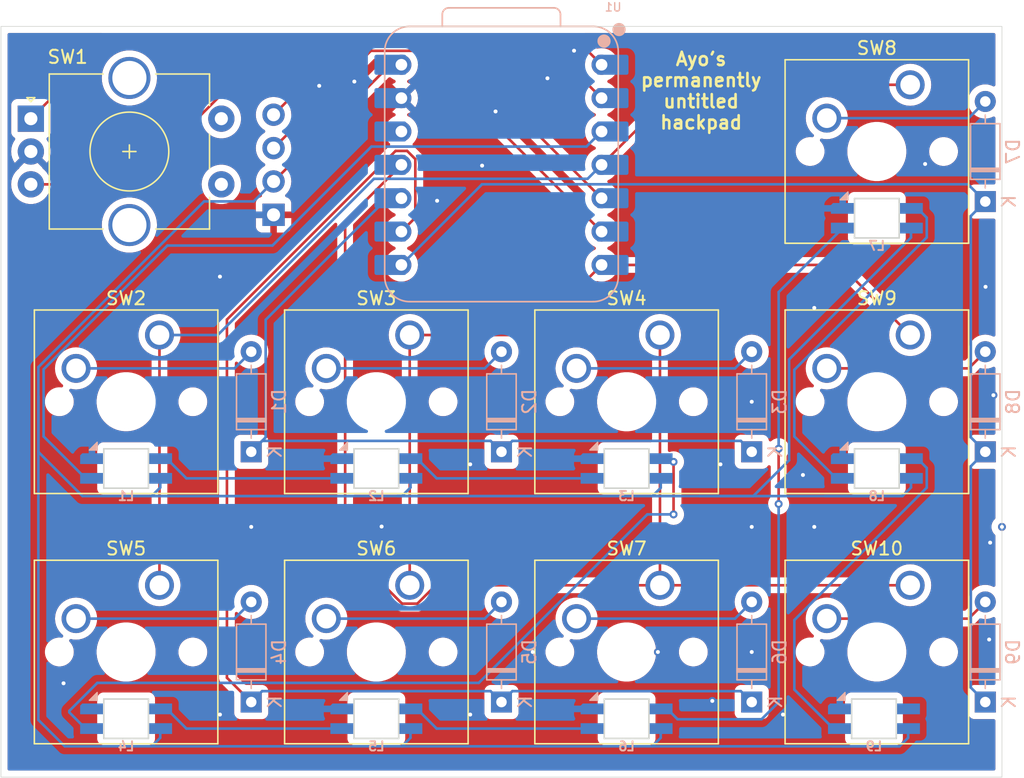
<source format=kicad_pcb>
(kicad_pcb (version 20240108) (generator "pcbnew") (generator_version "8.0")
  (layers (0 "F.Cu" signal) (31 "B.Cu" signal) (34 "B.Paste" user) (35 "F.Paste" user) (36 "B.SilkS" user "B.Silkscreen") (37 "F.SilkS" user "F.Silkscreen") (38 "B.Mask" user) (39 "F.Mask" user) (44 "Edge.Cuts" user))
  (net 0 "")
  (net 1 "+5V")
  (net 2 "DIN")
  (net 3 "GND")
  (net 4 "Net-(D3-A)")
  (net 5 "Row 0")
  (net 6 "Net-(D4-A)")
  (net 7 "Net-(D5-A)")
  (net 8 "Row 1")
  (net 9 "Net-(D6-A)")
  (net 11 "Net-(D7-A)")
  (net 12 "Net-(D8-A)")
  (net 13 "Row 2")
  (net 14 "Net-(D9-A)")
  (net 15 "SDA")
  (net 16 "SCL")
  (net 18 "Rotary encoder A")
  (net 19 "Rotary encoder B")
  (net 21 "Column 0")
  (net 22 "Column 1")
  (net 23 "Column 2")
  (net 24 "Net-(D1-A)")
  (net 25 "Net-(D2-A)")
  (net 26 "Net-(L1-DOUT)")
  (net 27 "Net-(L2-DOUT)")
  (net 28 "Net-(L3-DOUT)")
  (net 29 "Net-(L4-DOUT)")
  (net 30 "Net-(L5-DOUT)")
  (net 31 "Net-(L6-DOUT)")
  (net 32 "Net-(L7-DOUT)")
  (net 33 "Net-(L8-DOUT)")
  (footprint "Button_Switch_Keyboard:SW_Cherry_MX_1.00u_PCB" (layer "F.Cu") (at 235.9025 71.12)
    (property "Reference" "SW10" (at -2.54 -2.794 0) (layer "F.SilkS"))
    (property "Value" "SW_Push_45deg")
    (pad "" np_thru_hole circle (at -7.62 5.08) (size 1.7 1.7) (drill 1.7) (layers "*.Cu" "*.Mask"))
    (pad "" np_thru_hole circle (at -2.54 5.08) (size 4 4) (drill 4) (layers "*.Cu" "*.Mask"))
    (pad "" np_thru_hole circle (at 2.54 5.08) (size 1.7 1.7) (drill 1.7) (layers "*.Cu" "*.Mask"))
    (pad "1" thru_hole circle (at 0 0) (size 2.2 2.2) (drill 1.5) (layers "*.Cu" "*.Mask") (net 23 "Column 2"))
    (pad "2" thru_hole circle (at -6.35 2.54) (size 2.2 2.2) (drill 1.5) (layers "*.Cu" "*.Mask") (net 14 "Net-(D9-A)"))
  )
  (footprint "Button_Switch_Keyboard:SW_Cherry_MX_1.00u_PCB" (layer "F.Cu") (at 178.7525 52.07)
    (property "Reference" "SW2" (at -2.54 -2.794 0) (layer "F.SilkS"))
    (property "Value" "SW_Push_45deg")
    (pad "" np_thru_hole circle (at -7.62 5.08) (size 1.7 1.7) (drill 1.7) (layers "*.Cu" "*.Mask"))
    (pad "" np_thru_hole circle (at -2.54 5.08) (size 4 4) (drill 4) (layers "*.Cu" "*.Mask"))
    (pad "" np_thru_hole circle (at 2.54 5.08) (size 1.7 1.7) (drill 1.7) (layers "*.Cu" "*.Mask"))
    (pad "1" thru_hole circle (at 0 0) (size 2.2 2.2) (drill 1.5) (layers "*.Cu" "*.Mask") (net 21 "Column 0"))
    (pad "2" thru_hole circle (at -6.35 2.54) (size 2.2 2.2) (drill 1.5) (layers "*.Cu" "*.Mask") (net 24 "Net-(D1-A)"))
  )
  (footprint "Rotary_Encoder:RotaryEncoder_Alps_EC11E-Switch_Vertical_H20mm_CircularMountingHoles" (layer "F.Cu") (at 168.9625 35.6)
    (property "Reference" "SW1" (at 2.8 -4.7 0) (layer "F.SilkS"))
    (property "Value" "RotaryEncoder_Switch")
    (pad "A" thru_hole rect (at 0 0) (size 2 2) (drill 1) (layers "*.Cu" "*.Mask") (net 18 "Rotary encoder A"))
    (pad "B" thru_hole circle (at 0 5) (size 2 2) (drill 1) (layers "*.Cu" "*.Mask") (net 19 "Rotary encoder B"))
    (pad "C" thru_hole circle (at 0 2.5) (size 2 2) (drill 1) (layers "*.Cu" "*.Mask") (net 3 "GND"))
    (pad "MP" thru_hole circle (at 7.5 -3.1) (size 3.2 3.2) (drill 2.6) (layers "*.Cu" "*.Mask"))
    (pad "MP" thru_hole circle (at 7.5 8.1) (size 3.2 3.2) (drill 2.6) (layers "*.Cu" "*.Mask"))
    (pad "S1" thru_hole circle (at 14.5 5) (size 2 2) (drill 1) (layers "*.Cu" "*.Mask"))
    (pad "S2" thru_hole circle (at 14.5 0) (size 2 2) (drill 1) (layers "*.Cu" "*.Mask"))
  )
  (footprint "Button_Switch_Keyboard:SW_Cherry_MX_1.00u_PCB" (layer "F.Cu") (at 178.7525 71.12)
    (property "Reference" "SW5" (at -2.54 -2.794 0) (layer "F.SilkS"))
    (property "Value" "SW_Push_45deg")
    (pad "" np_thru_hole circle (at -7.62 5.08) (size 1.7 1.7) (drill 1.7) (layers "*.Cu" "*.Mask"))
    (pad "" np_thru_hole circle (at -2.54 5.08) (size 4 4) (drill 4) (layers "*.Cu" "*.Mask"))
    (pad "" np_thru_hole circle (at 2.54 5.08) (size 1.7 1.7) (drill 1.7) (layers "*.Cu" "*.Mask"))
    (pad "1" thru_hole circle (at 0 0) (size 2.2 2.2) (drill 1.5) (layers "*.Cu" "*.Mask") (net 21 "Column 0"))
    (pad "2" thru_hole circle (at -6.35 2.54) (size 2.2 2.2) (drill 1.5) (layers "*.Cu" "*.Mask") (net 6 "Net-(D4-A)"))
  )
  (footprint "Button_Switch_Keyboard:SW_Cherry_MX_1.00u_PCB" (layer "F.Cu") (at 235.9025 52.07)
    (property "Reference" "SW9" (at -2.54 -2.794 0) (layer "F.SilkS"))
    (property "Value" "SW_Push_45deg")
    (pad "" np_thru_hole circle (at -7.62 5.08) (size 1.7 1.7) (drill 1.7) (layers "*.Cu" "*.Mask"))
    (pad "" np_thru_hole circle (at -2.54 5.08) (size 4 4) (drill 4) (layers "*.Cu" "*.Mask"))
    (pad "" np_thru_hole circle (at 2.54 5.08) (size 1.7 1.7) (drill 1.7) (layers "*.Cu" "*.Mask"))
    (pad "1" thru_hole circle (at 0 0) (size 2.2 2.2) (drill 1.5) (layers "*.Cu" "*.Mask") (net 22 "Column 1"))
    (pad "2" thru_hole circle (at -6.35 2.54) (size 2.2 2.2) (drill 1.5) (layers "*.Cu" "*.Mask") (net 12 "Net-(D8-A)"))
  )
  (footprint "Button_Switch_Keyboard:SW_Cherry_MX_1.00u_PCB" (layer "F.Cu") (at 197.8025 52.07)
    (property "Reference" "SW3" (at -2.54 -2.794 0) (layer "F.SilkS"))
    (property "Value" "SW_Push_45deg")
    (pad "" np_thru_hole circle (at -7.62 5.08) (size 1.7 1.7) (drill 1.7) (layers "*.Cu" "*.Mask"))
    (pad "" np_thru_hole circle (at -2.54 5.08) (size 4 4) (drill 4) (layers "*.Cu" "*.Mask"))
    (pad "" np_thru_hole circle (at 2.54 5.08) (size 1.7 1.7) (drill 1.7) (layers "*.Cu" "*.Mask"))
    (pad "1" thru_hole circle (at 0 0) (size 2.2 2.2) (drill 1.5) (layers "*.Cu" "*.Mask") (net 22 "Column 1"))
    (pad "2" thru_hole circle (at -6.35 2.54) (size 2.2 2.2) (drill 1.5) (layers "*.Cu" "*.Mask") (net 25 "Net-(D2-A)"))
  )
  (footprint "Button_Switch_Keyboard:SW_Cherry_MX_1.00u_PCB" (layer "F.Cu") (at 235.9025 33.02)
    (property "Reference" "SW8" (at -2.54 -2.794 0) (layer "F.SilkS"))
    (property "Value" "SW_Push_45deg")
    (pad "" np_thru_hole circle (at -7.62 5.08) (size 1.7 1.7) (drill 1.7) (layers "*.Cu" "*.Mask"))
    (pad "" np_thru_hole circle (at -2.54 5.08) (size 4 4) (drill 4) (layers "*.Cu" "*.Mask"))
    (pad "" np_thru_hole circle (at 2.54 5.08) (size 1.7 1.7) (drill 1.7) (layers "*.Cu" "*.Mask"))
    (pad "1" thru_hole circle (at 0 0) (size 2.2 2.2) (drill 1.5) (layers "*.Cu" "*.Mask") (net 21 "Column 0"))
    (pad "2" thru_hole circle (at -6.35 2.54) (size 2.2 2.2) (drill 1.5) (layers "*.Cu" "*.Mask") (net 11 "Net-(D7-A)"))
  )
  (footprint "Button_Switch_Keyboard:SW_Cherry_MX_1.00u_PCB" (layer "F.Cu") (at 197.8025 71.12)
    (property "Reference" "SW6" (at -2.54 -2.794 0) (layer "F.SilkS"))
    (property "Value" "SW_Push_45deg")
    (pad "" np_thru_hole circle (at -7.62 5.08) (size 1.7 1.7) (drill 1.7) (layers "*.Cu" "*.Mask"))
    (pad "" np_thru_hole circle (at -2.54 5.08) (size 4 4) (drill 4) (layers "*.Cu" "*.Mask"))
    (pad "" np_thru_hole circle (at 2.54 5.08) (size 1.7 1.7) (drill 1.7) (layers "*.Cu" "*.Mask"))
    (pad "1" thru_hole circle (at 0 0) (size 2.2 2.2) (drill 1.5) (layers "*.Cu" "*.Mask") (net 22 "Column 1"))
    (pad "2" thru_hole circle (at -6.35 2.54) (size 2.2 2.2) (drill 1.5) (layers "*.Cu" "*.Mask") (net 7 "Net-(D5-A)"))
  )
  (footprint "Button_Switch_Keyboard:SW_Cherry_MX_1.00u_PCB" (layer "F.Cu") (at 216.8525 71.12)
    (property "Reference" "SW7" (at -2.54 -2.794 0) (layer "F.SilkS"))
    (property "Value" "SW_Push_45deg")
    (pad "" np_thru_hole circle (at -7.62 5.08) (size 1.7 1.7) (drill 1.7) (layers "*.Cu" "*.Mask"))
    (pad "" np_thru_hole circle (at -2.54 5.08) (size 4 4) (drill 4) (layers "*.Cu" "*.Mask"))
    (pad "" np_thru_hole circle (at 2.54 5.08) (size 1.7 1.7) (drill 1.7) (layers "*.Cu" "*.Mask"))
    (pad "1" thru_hole circle (at 0 0) (size 2.2 2.2) (drill 1.5) (layers "*.Cu" "*.Mask") (net 23 "Column 2"))
    (pad "2" thru_hole circle (at -6.35 2.54) (size 2.2 2.2) (drill 1.5) (layers "*.Cu" "*.Mask") (net 9 "Net-(D6-A)"))
  )
  (footprint "Button_Switch_Keyboard:SW_Cherry_MX_1.00u_PCB" (layer "F.Cu") (at 216.8525 52.07)
    (property "Reference" "SW4" (at -2.54 -2.794 0) (layer "F.SilkS"))
    (property "Value" "SW_Push_45deg")
    (pad "" np_thru_hole circle (at -7.62 5.08) (size 1.7 1.7) (drill 1.7) (layers "*.Cu" "*.Mask"))
    (pad "" np_thru_hole circle (at -2.54 5.08) (size 4 4) (drill 4) (layers "*.Cu" "*.Mask"))
    (pad "" np_thru_hole circle (at 2.54 5.08) (size 1.7 1.7) (drill 1.7) (layers "*.Cu" "*.Mask"))
    (pad "1" thru_hole circle (at 0 0) (size 2.2 2.2) (drill 1.5) (layers "*.Cu" "*.Mask") (net 23 "Column 2"))
    (pad "2" thru_hole circle (at -6.35 2.54) (size 2.2 2.2) (drill 1.5) (layers "*.Cu" "*.Mask") (net 4 "Net-(D3-A)"))
  )
  (footprint "ScottoKeebs_Components:OLED_128x32" (layer "F.Cu") (at 185.8375 33.12)
    (property "Reference" "J1" (hide yes))
    (property "Value" "OLED_128x32")
    (pad "1" thru_hole rect (at 1.6 9.8 180) (size 1.7 1.7) (drill 1) (layers "*.Cu" "*.Mask") (net 3 "GND"))
    (pad "2" thru_hole oval (at 1.6 7.26 180) (size 1.7 1.7) (drill 1) (layers "*.Cu" "*.Mask") (net 1 "+5V"))
    (pad "3" thru_hole oval (at 1.6 4.72 180) (size 1.7 1.7) (drill 1) (layers "*.Cu" "*.Mask") (net 16 "SCL"))
    (pad "4" thru_hole oval (at 1.6 2.18 180) (size 1.7 1.7) (drill 1) (layers "*.Cu" "*.Mask") (net 15 "SDA"))
  )
  (footprint "neopixel.petty:SK6812MINI-E" (layer "B.Cu") (at 176.2125 62.23 180)
    (property "Reference" "L1" (at 0 -2.1 0) (layer "B.SilkS") (effects (font (size 0.7 0.7)) (justify mirror)))
    (property "Value" "SK6812MINI" (hide yes))
    (fp_line (start 1.7 1.5) (end -1.7 1.5) (stroke (width 0.12)) (layer "Edge.Cuts"))
    (fp_line (start 1.7 -1.5) (end 1.7 1.5) (stroke (width 0.12)) (layer "Edge.Cuts"))
    (fp_line (start -1.7 1.5) (end -1.7 -1.5) (stroke (width 0.12)) (layer "Edge.Cuts"))
    (fp_line (start -1.7 -1.5) (end 1.7 -1.5) (stroke (width 0.12)) (layer "Edge.Cuts"))
    (pad "1" smd rect (at -2.6 0.75 180) (size 1.8 0.82) (layers "B.Cu" "B.Paste" "B.Mask") (net 26 "Net-(L1-DOUT)"))
    (pad "2" smd roundrect (at 2.6 0.75 180) (size 1.8 0.82) (layers "B.Cu" "B.Paste" "B.Mask") (roundrect_rratio 0) (chamfer_ratio 0.2) (chamfer bottom_right) (net 3 "GND"))
    (pad "3" smd rect (at 2.6 -0.75 180) (size 1.8 0.82) (layers "B.Cu" "B.Paste" "B.Mask") (net 2 "DIN"))
    (pad "4" smd rect (at -2.6 -0.75 180) (size 1.8 0.82) (layers "B.Cu" "B.Paste" "B.Mask") (net 1 "+5V"))
  )
  (footprint "Diode_THT:D_DO-35_SOD27_P7.62mm_Horizontal" (layer "B.Cu") (at 185.7375 60.96 90)
    (property "Reference" "D1" (at 3.81 2.12 90) (layer "B.SilkS") (effects (justify mirror)))
    (property "Value" "D")
    (fp_text user "K" (at 0 1.8 90) (layer "B.SilkS") (effects (justify mirror)))
    (pad "1" thru_hole rect (at 0 0 90) (size 1.6 1.6) (drill 0.8) (layers "*.Cu" "*.Mask") (net 5 "Row 0"))
    (pad "2" thru_hole oval (at 7.62 0 90) (size 1.6 1.6) (drill 0.8) (layers "*.Cu" "*.Mask") (net 24 "Net-(D1-A)"))
  )
  (footprint "neopixel.petty:SK6812MINI-E" (layer "B.Cu") (at 195.2625 81.28 180)
    (property "Reference" "L5" (at 0 -2.1 0) (layer "B.SilkS") (effects (font (size 0.7 0.7)) (justify mirror)))
    (property "Value" "SK6812MINI" (hide yes))
    (fp_line (start 1.7 1.5) (end -1.7 1.5) (stroke (width 0.12)) (layer "Edge.Cuts"))
    (fp_line (start 1.7 -1.5) (end 1.7 1.5) (stroke (width 0.12)) (layer "Edge.Cuts"))
    (fp_line (start -1.7 1.5) (end -1.7 -1.5) (stroke (width 0.12)) (layer "Edge.Cuts"))
    (fp_line (start -1.7 -1.5) (end 1.7 -1.5) (stroke (width 0.12)) (layer "Edge.Cuts"))
    (pad "1" smd rect (at -2.6 0.75 180) (size 1.8 0.82) (layers "B.Cu" "B.Paste" "B.Mask") (net 30 "Net-(L5-DOUT)"))
    (pad "2" smd roundrect (at 2.6 0.75 180) (size 1.8 0.82) (layers "B.Cu" "B.Paste" "B.Mask") (roundrect_rratio 0) (chamfer_ratio 0.2) (chamfer bottom_right) (net 3 "GND"))
    (pad "3" smd rect (at 2.6 -0.75 180) (size 1.8 0.82) (layers "B.Cu" "B.Paste" "B.Mask") (net 29 "Net-(L4-DOUT)"))
    (pad "4" smd rect (at -2.6 -0.75 180) (size 1.8 0.82) (layers "B.Cu" "B.Paste" "B.Mask") (net 1 "+5V"))
  )
  (footprint "Diode_THT:D_DO-35_SOD27_P7.62mm_Horizontal" (layer "B.Cu") (at 241.6175 80.01 90)
    (property "Reference" "D9" (at 3.81 2.12 90) (layer "B.SilkS") (effects (justify mirror)))
    (property "Value" "D")
    (fp_text user "K" (at 0 1.8 90) (layer "B.SilkS") (effects (justify mirror)))
    (pad "1" thru_hole rect (at 0 0 90) (size 1.6 1.6) (drill 0.8) (layers "*.Cu" "*.Mask") (net 13 "Row 2"))
    (pad "2" thru_hole oval (at 7.62 0 90) (size 1.6 1.6) (drill 0.8) (layers "*.Cu" "*.Mask") (net 14 "Net-(D9-A)"))
  )
  (footprint "Diode_THT:D_DO-35_SOD27_P7.62mm_Horizontal" (layer "B.Cu") (at 241.6175 60.96 90)
    (property "Reference" "D8" (at 3.81 2.12 90) (layer "B.SilkS") (effects (justify mirror)))
    (property "Value" "D")
    (fp_text user "K" (at 0 1.8 90) (layer "B.SilkS") (effects (justify mirror)))
    (pad "1" thru_hole rect (at 0 0 90) (size 1.6 1.6) (drill 0.8) (layers "*.Cu" "*.Mask") (net 13 "Row 2"))
    (pad "2" thru_hole oval (at 7.62 0 90) (size 1.6 1.6) (drill 0.8) (layers "*.Cu" "*.Mask") (net 12 "Net-(D8-A)"))
  )
  (footprint "Diode_THT:D_DO-35_SOD27_P7.62mm_Horizontal" (layer "B.Cu") (at 223.8375 80.01 90)
    (property "Reference" "D6" (at 3.81 2.12 90) (layer "B.SilkS") (effects (justify mirror)))
    (property "Value" "D")
    (fp_text user "K" (at 0 1.8 90) (layer "B.SilkS") (effects (justify mirror)))
    (pad "1" thru_hole rect (at 0 0 90) (size 1.6 1.6) (drill 0.8) (layers "*.Cu" "*.Mask") (net 8 "Row 1"))
    (pad "2" thru_hole oval (at 7.62 0 90) (size 1.6 1.6) (drill 0.8) (layers "*.Cu" "*.Mask") (net 9 "Net-(D6-A)"))
  )
  (footprint "Diode_THT:D_DO-35_SOD27_P7.62mm_Horizontal" (layer "B.Cu") (at 223.8375 60.96 90)
    (property "Reference" "D3" (at 3.81 2.12 90) (layer "B.SilkS") (effects (justify mirror)))
    (property "Value" "D")
    (fp_text user "K" (at 0 1.8 90) (layer "B.SilkS") (effects (justify mirror)))
    (pad "1" thru_hole rect (at 0 0 90) (size 1.6 1.6) (drill 0.8) (layers "*.Cu" "*.Mask") (net 5 "Row 0"))
    (pad "2" thru_hole oval (at 7.62 0 90) (size 1.6 1.6) (drill 0.8) (layers "*.Cu" "*.Mask") (net 4 "Net-(D3-A)"))
  )
  (footprint "Diode_THT:D_DO-35_SOD27_P7.62mm_Horizontal" (layer "B.Cu") (at 204.7875 60.96 90)
    (property "Reference" "D2" (at 3.81 2.12 90) (layer "B.SilkS") (effects (justify mirror)))
    (property "Value" "D")
    (fp_text user "K" (at 0 1.8 90) (layer "B.SilkS") (effects (justify mirror)))
    (pad "1" thru_hole rect (at 0 0 90) (size 1.6 1.6) (drill 0.8) (layers "*.Cu" "*.Mask") (net 5 "Row 0"))
    (pad "2" thru_hole oval (at 7.62 0 90) (size 1.6 1.6) (drill 0.8) (layers "*.Cu" "*.Mask") (net 25 "Net-(D2-A)"))
  )
  (footprint "neopixel.petty:SK6812MINI-E" (layer "B.Cu") (at 176.2125 81.28 180)
    (property "Reference" "L4" (at 0 -2.1 0) (layer "B.SilkS") (effects (font (size 0.7 0.7)) (justify mirror)))
    (property "Value" "SK6812MINI" (hide yes))
    (fp_line (start 1.7 1.5) (end -1.7 1.5) (stroke (width 0.12)) (layer "Edge.Cuts"))
    (fp_line (start 1.7 -1.5) (end 1.7 1.5) (stroke (width 0.12)) (layer "Edge.Cuts"))
    (fp_line (start -1.7 1.5) (end -1.7 -1.5) (stroke (width 0.12)) (layer "Edge.Cuts"))
    (fp_line (start -1.7 -1.5) (end 1.7 -1.5) (stroke (width 0.12)) (layer "Edge.Cuts"))
    (pad "1" smd rect (at -2.6 0.75 180) (size 1.8 0.82) (layers "B.Cu" "B.Paste" "B.Mask") (net 29 "Net-(L4-DOUT)"))
    (pad "2" smd roundrect (at 2.6 0.75 180) (size 1.8 0.82) (layers "B.Cu" "B.Paste" "B.Mask") (roundrect_rratio 0) (chamfer_ratio 0.2) (chamfer bottom_right) (net 3 "GND"))
    (pad "3" smd rect (at 2.6 -0.75 180) (size 1.8 0.82) (layers "B.Cu" "B.Paste" "B.Mask") (net 28 "Net-(L3-DOUT)"))
    (pad "4" smd rect (at -2.6 -0.75 180) (size 1.8 0.82) (layers "B.Cu" "B.Paste" "B.Mask") (net 1 "+5V"))
  )
  (footprint "neopixel.petty:SK6812MINI-E" (layer "B.Cu") (at 233.3625 43.18 180)
    (property "Reference" "L7" (at 0 -2.1 0) (layer "B.SilkS") (effects (font (size 0.7 0.7)) (justify mirror)))
    (property "Value" "SK6812MINI" (hide yes))
    (fp_line (start 1.7 1.5) (end -1.7 1.5) (stroke (width 0.12)) (layer "Edge.Cuts"))
    (fp_line (start 1.7 -1.5) (end 1.7 1.5) (stroke (width 0.12)) (layer "Edge.Cuts"))
    (fp_line (start -1.7 1.5) (end -1.7 -1.5) (stroke (width 0.12)) (layer "Edge.Cuts"))
    (fp_line (start -1.7 -1.5) (end 1.7 -1.5) (stroke (width 0.12)) (layer "Edge.Cuts"))
    (pad "1" smd rect (at -2.6 0.75 180) (size 1.8 0.82) (layers "B.Cu" "B.Paste" "B.Mask") (net 32 "Net-(L7-DOUT)"))
    (pad "2" smd roundrect (at 2.6 0.75 180) (size 1.8 0.82) (layers "B.Cu" "B.Paste" "B.Mask") (roundrect_rratio 0) (chamfer_ratio 0.2) (chamfer bottom_right) (net 3 "GND"))
    (pad "3" smd rect (at 2.6 -0.75 180) (size 1.8 0.82) (layers "B.Cu" "B.Paste" "B.Mask") (net 31 "Net-(L6-DOUT)"))
    (pad "4" smd rect (at -2.6 -0.75 180) (size 1.8 0.82) (layers "B.Cu" "B.Paste" "B.Mask") (net 1 "+5V"))
  )
  (footprint "neopixel.petty:SK6812MINI-E" (layer "B.Cu") (at 233.3625 62.23 180)
    (property "Reference" "L8" (at 0 -2.1 0) (layer "B.SilkS") (effects (font (size 0.7 0.7)) (justify mirror)))
    (property "Value" "SK6812MINI" (hide yes))
    (fp_line (start 1.7 1.5) (end -1.7 1.5) (stroke (width 0.12)) (layer "Edge.Cuts"))
    (fp_line (start 1.7 -1.5) (end 1.7 1.5) (stroke (width 0.12)) (layer "Edge.Cuts"))
    (fp_line (start -1.7 1.5) (end -1.7 -1.5) (stroke (width 0.12)) (layer "Edge.Cuts"))
    (fp_line (start -1.7 -1.5) (end 1.7 -1.5) (stroke (width 0.12)) (layer "Edge.Cuts"))
    (pad "1" smd rect (at -2.6 0.75 180) (size 1.8 0.82) (layers "B.Cu" "B.Paste" "B.Mask") (net 33 "Net-(L8-DOUT)"))
    (pad "2" smd roundrect (at 2.6 0.75 180) (size 1.8 0.82) (layers "B.Cu" "B.Paste" "B.Mask") (roundrect_rratio 0) (chamfer_ratio 0.2) (chamfer bottom_right) (net 3 "GND"))
    (pad "3" smd rect (at 2.6 -0.75 180) (size 1.8 0.82) (layers "B.Cu" "B.Paste" "B.Mask") (net 32 "Net-(L7-DOUT)"))
    (pad "4" smd rect (at -2.6 -0.75 180) (size 1.8 0.82) (layers "B.Cu" "B.Paste" "B.Mask") (net 1 "+5V"))
  )
  (footprint "Diode_THT:D_DO-35_SOD27_P7.62mm_Horizontal" (layer "B.Cu") (at 241.6175 41.91 90)
    (property "Reference" "D7" (at 3.81 2.12 90) (layer "B.SilkS") (effects (justify mirror)))
    (property "Value" "D")
    (fp_text user "K" (at 0 1.8 90) (layer "B.SilkS") (effects (justify mirror)))
    (pad "1" thru_hole rect (at 0 0 90) (size 1.6 1.6) (drill 0.8) (layers "*.Cu" "*.Mask") (net 13 "Row 2"))
    (pad "2" thru_hole oval (at 7.62 0 90) (size 1.6 1.6) (drill 0.8) (layers "*.Cu" "*.Mask") (net 11 "Net-(D7-A)"))
  )
  (footprint "neopixel.petty:SK6812MINI-E" (layer "B.Cu") (at 214.3125 62.23 180)
    (property "Reference" "L3" (at 0 -2.1 0) (layer "B.SilkS") (effects (font (size 0.7 0.7)) (justify mirror)))
    (property "Value" "SK6812MINI" (hide yes))
    (fp_line (start 1.7 1.5) (end -1.7 1.5) (stroke (width 0.12)) (layer "Edge.Cuts"))
    (fp_line (start 1.7 -1.5) (end 1.7 1.5) (stroke (width 0.12)) (layer "Edge.Cuts"))
    (fp_line (start -1.7 1.5) (end -1.7 -1.5) (stroke (width 0.12)) (layer "Edge.Cuts"))
    (fp_line (start -1.7 -1.5) (end 1.7 -1.5) (stroke (width 0.12)) (layer "Edge.Cuts"))
    (pad "1" smd rect (at -2.6 0.75 180) (size 1.8 0.82) (layers "B.Cu" "B.Paste" "B.Mask") (net 28 "Net-(L3-DOUT)"))
    (pad "2" smd roundrect (at 2.6 0.75 180) (size 1.8 0.82) (layers "B.Cu" "B.Paste" "B.Mask") (roundrect_rratio 0) (chamfer_ratio 0.2) (chamfer bottom_right) (net 3 "GND"))
    (pad "3" smd rect (at 2.6 -0.75 180) (size 1.8 0.82) (layers "B.Cu" "B.Paste" "B.Mask") (net 27 "Net-(L2-DOUT)"))
    (pad "4" smd rect (at -2.6 -0.75 180) (size 1.8 0.82) (layers "B.Cu" "B.Paste" "B.Mask") (net 1 "+5V"))
  )
  (footprint "neopixel.petty:SK6812MINI-E" (layer "B.Cu") (at 214.3125 81.28 180)
    (property "Reference" "L6" (at 0 -2.1 0) (layer "B.SilkS") (effects (font (size 0.7 0.7)) (justify mirror)))
    (property "Value" "SK6812MINI" (hide yes))
    (fp_line (start 1.7 1.5) (end -1.7 1.5) (stroke (width 0.12)) (layer "Edge.Cuts"))
    (fp_line (start 1.7 -1.5) (end 1.7 1.5) (stroke (width 0.12)) (layer "Edge.Cuts"))
    (fp_line (start -1.7 1.5) (end -1.7 -1.5) (stroke (width 0.12)) (layer "Edge.Cuts"))
    (fp_line (start -1.7 -1.5) (end 1.7 -1.5) (stroke (width 0.12)) (layer "Edge.Cuts"))
    (pad "1" smd rect (at -2.6 0.75 180) (size 1.8 0.82) (layers "B.Cu" "B.Paste" "B.Mask") (net 31 "Net-(L6-DOUT)"))
    (pad "2" smd roundrect (at 2.6 0.75 180) (size 1.8 0.82) (layers "B.Cu" "B.Paste" "B.Mask") (roundrect_rratio 0) (chamfer_ratio 0.2) (chamfer bottom_right) (net 3 "GND"))
    (pad "3" smd rect (at 2.6 -0.75 180) (size 1.8 0.82) (layers "B.Cu" "B.Paste" "B.Mask") (net 30 "Net-(L5-DOUT)"))
    (pad "4" smd rect (at -2.6 -0.75 180) (size 1.8 0.82) (layers "B.Cu" "B.Paste" "B.Mask") (net 1 "+5V"))
  )
  (footprint "Diode_THT:D_DO-35_SOD27_P7.62mm_Horizontal" (layer "B.Cu") (at 185.7375 80.01 90)
    (property "Reference" "D4" (at 3.81 2.12 90) (layer "B.SilkS") (effects (justify mirror)))
    (property "Value" "D")
    (fp_text user "K" (at 0 1.8 90) (layer "B.SilkS") (effects (justify mirror)))
    (pad "1" thru_hole rect (at 0 0 90) (size 1.6 1.6) (drill 0.8) (layers "*.Cu" "*.Mask") (net 8 "Row 1"))
    (pad "2" thru_hole oval (at 7.62 0 90) (size 1.6 1.6) (drill 0.8) (layers "*.Cu" "*.Mask") (net 6 "Net-(D4-A)"))
  )
  (footprint "Diode_THT:D_DO-35_SOD27_P7.62mm_Horizontal" (layer "B.Cu") (at 204.7875 80.01 90)
    (property "Reference" "D5" (at 3.81 2.12 90) (layer "B.SilkS") (effects (justify mirror)))
    (property "Value" "D")
    (fp_text user "K" (at 0 1.8 90) (layer "B.SilkS") (effects (justify mirror)))
    (pad "1" thru_hole rect (at 0 0 90) (size 1.6 1.6) (drill 0.8) (layers "*.Cu" "*.Mask") (net 8 "Row 1"))
    (pad "2" thru_hole oval (at 7.62 0 90) (size 1.6 1.6) (drill 0.8) (layers "*.Cu" "*.Mask") (net 7 "Net-(D5-A)"))
  )
  (footprint "Seeed Studio XIAO Series Library:XIAO-RP2040-DIP" (layer "B.Cu") (at 204.7875 39.116 180)
    (property "Reference" "U1" (at -8.5 12 0) (layer "B.SilkS") (effects (font (size 0.635 0.635) (thickness 0.1016)) (justify mirror)))
    (property "Value" "XIAO-RP2040-DIP")
    (pad "1" smd roundrect (at -8.455 7.62) (size 2.432 1.524) (layers "B.Cu" "B.Mask") (roundrect_rratio 0.1) (net 18 "Rotary encoder A"))
    (pad "1" thru_hole circle (at -7.62 7.62) (size 1.524 1.524) (drill 0.889) (layers "*.Cu" "*.Mask") (net 18 "Rotary encoder A"))
    (pad "2" smd roundrect (at -8.455 5.08) (size 2.432 1.524) (layers "B.Cu" "B.Mask") (roundrect_rratio 0.1) (net 19 "Rotary encoder B"))
    (pad "2" thru_hole circle (at -7.62 5.08) (size 1.524 1.524) (drill 0.889) (layers "*.Cu" "*.Mask") (net 19 "Rotary encoder B"))
    (pad "3" smd roundrect (at -8.455 2.54) (size 2.432 1.524) (layers "B.Cu" "B.Mask") (roundrect_rratio 0.1) (net 2 "DIN"))
    (pad "3" thru_hole circle (at -7.62 2.54) (size 1.524 1.524) (drill 0.889) (layers "*.Cu" "*.Mask") (net 2 "DIN"))
    (pad "4" smd roundrect (at -8.455 0) (size 2.432 1.524) (layers "B.Cu" "B.Mask") (roundrect_rratio 0.1) (net 21 "Column 0"))
    (pad "4" thru_hole circle (at -7.62 0) (size 1.524 1.524) (drill 0.889) (layers "*.Cu" "*.Mask") (net 21 "Column 0"))
    (pad "5" smd roundrect (at -8.455 -2.54) (size 2.432 1.524) (layers "B.Cu" "B.Mask") (roundrect_rratio 0.1) (net 15 "SDA"))
    (pad "5" thru_hole circle (at -7.62 -2.54) (size 1.524 1.524) (drill 0.889) (layers "*.Cu" "*.Mask") (net 15 "SDA"))
    (pad "6" smd roundrect (at -8.455 -5.08) (size 2.432 1.524) (layers "B.Cu" "B.Mask") (roundrect_rratio 0.1) (net 16 "SCL"))
    (pad "6" thru_hole circle (at -7.62 -5.08) (size 1.524 1.524) (drill 0.889) (layers "*.Cu" "*.Mask") (net 16 "SCL"))
    (pad "7" smd roundrect (at -8.455 -7.62) (size 2.432 1.524) (layers "B.Cu" "B.Mask") (roundrect_rratio 0.1) (net 22 "Column 1"))
    (pad "7" thru_hole circle (at -7.62 -7.62) (size 1.524 1.524) (drill 0.889) (layers "*.Cu" "*.Mask") (net 22 "Column 1"))
    (pad "8" thru_hole circle (at 7.62 -7.62 180) (size 1.524 1.524) (drill 0.889) (layers "*.Cu" "*.Mask") (net 13 "Row 2"))
    (pad "8" smd roundrect (at 8.455 -7.62 180) (size 2.432 1.524) (layers "B.Cu" "B.Mask") (roundrect_rratio 0.1) (net 13 "Row 2"))
    (pad "9" thru_hole circle (at 7.62 -5.08 180) (size 1.524 1.524) (drill 0.889) (layers "*.Cu" "*.Mask") (net 8 "Row 1"))
    (pad "9" smd roundrect (at 8.455 -5.08 180) (size 2.432 1.524) (layers "B.Cu" "B.Mask") (roundrect_rratio 0.1) (net 8 "Row 1"))
    (pad "10" thru_hole circle (at 7.62 -2.54 180) (size 1.524 1.524) (drill 0.889) (layers "*.Cu" "*.Mask") (net 5 "Row 0"))
    (pad "10" smd roundrect (at 8.455 -2.54 180) (size 2.432 1.524) (layers "B.Cu" "B.Mask") (roundrect_rratio 0.1) (net 5 "Row 0"))
    (pad "11" thru_hole circle (at 7.62 0 180) (size 1.524 1.524) (drill 0.889) (layers "*.Cu" "*.Mask") (net 23 "Column 2"))
    (pad "11" smd roundrect (at 8.455 0 180) (size 2.432 1.524) (layers "B.Cu" "B.Mask") (roundrect_rratio 0.1) (net 23 "Column 2"))
    (pad "12" thru_hole circle (at 7.62 2.54 180) (size 1.524 1.524) (drill 0.889) (layers "*.Cu" "*.Mask"))
    (pad "12" smd roundrect (at 8.455 2.54 180) (size 2.432 1.524) (layers "B.Cu" "B.Mask") (roundrect_rratio 0.1))
    (pad "13" thru_hole circle (at 7.62 5.08 180) (size 1.524 1.524) (drill 0.889) (layers "*.Cu" "*.Mask") (net 3 "GND"))
    (pad "13" smd roundrect (at 8.455 5.08 180) (size 2.432 1.524) (layers "B.Cu" "B.Mask") (roundrect_rratio 0.1) (net 3 "GND"))
    (pad "14" thru_hole circle (at 7.62 7.62 180) (size 1.524 1.524) (drill 0.889) (layers "*.Cu" "*.Mask") (net 1 "+5V"))
    (pad "14" smd roundrect (at 8.455 7.62 180) (size 2.432 1.524) (layers "B.Cu" "B.Mask") (roundrect_rratio 0.1) (net 1 "+5V"))
  )
  (footprint "neopixel.petty:SK6812MINI-E" (layer "B.Cu") (at 233.14375 81.28 180)
    (property "Reference" "L9" (at 0 -2.1 0) (layer "B.SilkS") (effects (font (size 0.7 0.7)) (justify mirror)))
    (property "Value" "SK6812MINI" (hide yes))
    (fp_line (start 1.7 1.5) (end -1.7 1.5) (stroke (width 0.12)) (layer "Edge.Cuts"))
    (fp_line (start 1.7 -1.5) (end 1.7 1.5) (stroke (width 0.12)) (layer "Edge.Cuts"))
    (fp_line (start -1.7 1.5) (end -1.7 -1.5) (stroke (width 0.12)) (layer "Edge.Cuts"))
    (fp_line (start -1.7 -1.5) (end 1.7 -1.5) (stroke (width 0.12)) (layer "Edge.Cuts"))
    (pad "1" smd rect (at -2.6 0.75 180) (size 1.8 0.82) (layers "B.Cu" "B.Paste" "B.Mask"))
    (pad "2" smd roundrect (at 2.6 0.75 180) (size 1.8 0.82) (layers "B.Cu" "B.Paste" "B.Mask") (roundrect_rratio 0) (chamfer_ratio 0.2) (chamfer bottom_right) (net 3 "GND"))
    (pad "3" smd rect (at 2.6 -0.75 180) (size 1.8 0.82) (layers "B.Cu" "B.Paste" "B.Mask") (net 33 "Net-(L8-DOUT)"))
    (pad "4" smd rect (at -2.6 -0.75 180) (size 1.8 0.82) (layers "B.Cu" "B.Paste" "B.Mask") (net 1 "+5V"))
  )
  (footprint "neopixel.petty:SK6812MINI-E" (layer "B.Cu") (at 195.2625 62.23 180)
    (property "Reference" "L2" (at 0 -2.1 0) (layer "B.SilkS") (effects (font (size 0.7 0.7)) (justify mirror)))
    (property "Value" "SK6812MINI" (hide yes))
    (fp_line (start 1.7 1.5) (end -1.7 1.5) (stroke (width 0.12)) (layer "Edge.Cuts"))
    (fp_line (start 1.7 -1.5) (end 1.7 1.5) (stroke (width 0.12)) (layer "Edge.Cuts"))
    (fp_line (start -1.7 1.5) (end -1.7 -1.5) (stroke (width 0.12)) (layer "Edge.Cuts"))
    (fp_line (start -1.7 -1.5) (end 1.7 -1.5) (stroke (width 0.12)) (layer "Edge.Cuts"))
    (pad "1" smd rect (at -2.6 0.75 180) (size 1.8 0.82) (layers "B.Cu" "B.Paste" "B.Mask") (net 27 "Net-(L2-DOUT)"))
    (pad "2" smd roundrect (at 2.6 0.75 180) (size 1.8 0.82) (layers "B.Cu" "B.Paste" "B.Mask") (roundrect_rratio 0) (chamfer_ratio 0.2) (chamfer bottom_right) (net 3 "GND"))
    (pad "3" smd rect (at 2.6 -0.75 180) (size 1.8 0.82) (layers "B.Cu" "B.Paste" "B.Mask") (net 26 "Net-(L1-DOUT)"))
    (pad "4" smd rect (at -2.6 -0.75 180) (size 1.8 0.82) (layers "B.Cu" "B.Paste" "B.Mask") (net 1 "+5V"))
  )
  (gr_rect (start 166.6875 28.575) (end 242.8875 85.725) (stroke (width 0.05)) (fill none) (layer "Edge.Cuts"))
  (gr_text "Ayo's\npermanently\nuntitled\nhackpad" (at 219.9875 36.475 0) (layer "F.SilkS") (effects (font (size 1 1) (thickness 0.2) (bold yes)) (justify bottom)))
  (via (at 242.8875 66.675) (size 0.6) (drill 0.3) (layers "F.Cu" "B.Cu") (net 0))
  (segment (start 196.3215 31.496) (end 197.1675 31.496) (width 0.2) (layer "F.Cu") (net 1))
  (segment (start 187.4375 40.38) (end 196.3215 31.496) (width 0.2) (layer "F.Cu") (net 1))
  (segment (start 171.5425 83.38) (end 169.5325 81.37) (width 0.2) (layer "B.Cu") (net 1))
  (segment (start 180.1625 64.33) (end 178.161028 64.33) (width 0.2) (layer "B.Cu") (net 1))
  (segment (start 216.2825 64.33) (end 216.9125 63.7) (width 0.2) (layer "B.Cu") (net 1))
  (segment (start 178.161028 64.33) (end 172.8925 64.33) (width 0.2) (layer "B.Cu") (net 1))
  (segment (start 169.5325 56.725) (end 169.5325 54.514314) (width 0.2) (layer "B.Cu") (net 1))
  (segment (start 216.261028 83.38) (end 216.9125 82.728528) (width 0.2) (layer "B.Cu") (net 1))
  (segment (start 235.9625 63.678528) (end 235.9625 62.98) (width 0.2) (layer "B.Cu") (net 1))
  (segment (start 172.8925 64.33) (end 169.5325 60.97) (width 0.2) (layer "B.Cu") (net 1))
  (segment (start 226.6825 53.93) (end 235.9625 44.65) (width 0.2) (layer "B.Cu") (net 1))
  (segment (start 197.211028 83.38) (end 197.8625 82.728528) (width 0.2) (layer "B.Cu") (net 1))
  (segment (start 219.8875 64.33) (end 235.311028 64.33) (width 0.2) (layer "B.Cu") (net 1))
  (segment (start 169.5325 81.37) (end 169.5325 56.725) (width 0.2) (layer "B.Cu") (net 1))
  (segment (start 235.74375 82.03) (end 235.74375 82.728528) (width 0.2) (layer "B.Cu") (net 1))
  (segment (start 178.8125 62.98) (end 178.8125 63.678528) (width 0.2) (layer "B.Cu") (net 1))
  (segment (start 216.2825 64.33) (end 196.8875 64.33) (width 0.2) (layer "B.Cu") (net 1))
  (segment (start 235.9625 44.65) (end 235.9625 43.93) (width 0.2) (layer "B.Cu") (net 1))
  (segment (start 178.8125 63.678528) (end 178.161028 64.33) (width 0.2) (layer "B.Cu") (net 1))
  (segment (start 219.8875 64.33) (end 216.2825 64.33) (width 0.2) (layer "B.Cu") (net 1))
  (segment (start 178.8125 82.03) (end 178.8125 82.728528) (width 0.2) (layer "B.Cu") (net 1))
  (segment (start 178.161028 83.38) (end 197.211028 83.38) (width 0.2) (layer "B.Cu") (net 1))
  (segment (start 216.9125 63.7) (end 216.9125 62.98) (width 0.2) (layer "B.Cu") (net 1))
  (segment (start 180.1625 64.33) (end 196.8875 64.33) (width 0.2) (layer "B.Cu") (net 1))
  (segment (start 178.8125 82.728528) (end 178.161028 83.38) (width 0.2) (layer "B.Cu") (net 1))
  (segment (start 235.311028 64.33) (end 229.4075 64.33) (width 0.2) (layer "B.Cu") (net 1))
  (segment (start 235.092278 83.38) (end 229.98375 83.38) (width 0.2) (layer "B.Cu") (net 1))
  (segment (start 235.092278 83.38) (end 216.261028 83.38) (width 0.2) (layer "B.Cu") (net 1))
  (segment (start 226.6825 61.605) (end 226.6825 53.93) (width 0.2) (layer "B.Cu") (net 1))
  (segment (start 185.9175 41.9) (end 187.4375 40.38) (width 0.2) (layer "B.Cu") (net 1))
  (segment (start 216.9125 82.728528) (end 216.9125 82.03) (width 0.2) (layer "B.Cu") (net 1))
  (segment (start 226.6825 61.605) (end 223.9575 64.33) (width 0.2) (layer "B.Cu") (net 1))
  (segment (start 235.74375 82.728528) (end 235.092278 83.38) (width 0.2) (layer "B.Cu") (net 1))
  (segment (start 197.8625 63.678528) (end 197.8625 62.98) (width 0.2) (layer "B.Cu") (net 1))
  (segment (start 169.5325 60.97) (end 169.5325 56.725) (width 0.2) (layer "B.Cu") (net 1))
  (segment (start 199.2125 83.38) (end 216.261028 83.38) (width 0.2) (layer "B.Cu") (net 1))
  (segment (start 197.211028 83.38) (end 199.2125 83.38) (width 0.2) (layer "B.Cu") (net 1))
  (segment (start 223.9575 64.33) (end 219.8875 64.33) (width 0.2) (layer "B.Cu") (net 1))
  (segment (start 197.8625 82.728528) (end 197.8625 82.03) (width 0.2) (layer "B.Cu") (net 1))
  (segment (start 178.161028 83.38) (end 171.5425 83.38) (width 0.2) (layer "B.Cu") (net 1))
  (segment (start 197.211028 64.33) (end 197.8625 63.678528) (width 0.2) (layer "B.Cu") (net 1))
  (segment (start 196.8875 64.33) (end 197.211028 64.33) (width 0.2) (layer "B.Cu") (net 1))
  (segment (start 169.5325 54.514314) (end 182.146814 41.9) (width 0.2) (layer "B.Cu") (net 1))
  (segment (start 182.146814 41.9) (end 185.9175 41.9) (width 0.2) (layer "B.Cu") (net 1))
  (segment (start 235.9625 63.678528) (end 235.311028 64.33) (width 0.2) (layer "B.Cu") (net 1))
  (segment (start 173.6125 62.98) (end 173.1225 62.98) (width 0.2) (layer "B.Cu") (net 2))
  (segment (start 194.8875 37.725) (end 211.2585 37.725) (width 0.2) (layer "B.Cu") (net 2))
  (segment (start 211.2585 37.725) (end 212.4075 36.576) (width 0.2) (layer "B.Cu") (net 2))
  (segment (start 169.9325 59.79) (end 169.9325 54.68) (width 0.2) (layer "B.Cu") (net 2))
  (segment (start 169.9325 54.68) (end 179.3545 45.258) (width 0.2) (layer "B.Cu") (net 2))
  (segment (start 173.1225 62.98) (end 169.9325 59.79) (width 0.2) (layer "B.Cu") (net 2))
  (segment (start 179.3545 45.258) (end 187.3545 45.258) (width 0.2) (layer "B.Cu") (net 2))
  (segment (start 187.3545 45.258) (end 194.8875 37.725) (width 0.2) (layer "B.Cu") (net 2))
  (via (at 216.69375 76.2) (size 0.6) (drill 0.3) (layers "F.Cu" "B.Cu") (net 3))
  (via (at 204.3375 35.05) (size 0.6) (drill 0.3) (layers "F.Cu" "B.Cu") (net 3))
  (via (at 228.6 66.675) (size 0.6) (drill 0.3) (layers "F.Cu" "B.Cu") (net 3))
  (via (at 208.2875 32.525) (size 0.6) (drill 0.3) (layers "F.Cu" "B.Cu") (net 3))
  (via (at 223.8375 66.675) (size 0.6) (drill 0.3) (layers "F.Cu" "B.Cu") (net 3))
  (via (at 185.7375 66.675) (size 0.6) (drill 0.3) (layers "F.Cu" "B.Cu") (net 3))
  (via (at 223.8375 57.15) (size 0.6) (drill 0.3) (layers "F.Cu" "B.Cu") (net 3))
  (via (at 220.8375 79.925) (size 0.6) (drill 0.3) (layers "F.Cu" "B.Cu") (net 3))
  (via (at 199.8875 41.85) (size 0.6) (drill 0.3) (layers "F.Cu" "B.Cu") (net 3))
  (via (at 242.2375 56.65) (size 0.6) (drill 0.3) (layers "F.Cu" "B.Cu") (net 3))
  (via (at 202.40625 61.9125) (size 0.6) (drill 0.3) (layers "F.Cu" "B.Cu") (net 3))
  (via (at 171.45 78.58125) (size 0.6) (drill 0.3) (layers "F.Cu" "B.Cu") (net 3))
  (via (at 210.3125 30.425) (size 0.6) (drill 0.3) (layers "F.Cu" "B.Cu") (net 3))
  (via (at 241.9125 75.25) (size 0.6) (drill 0.3) (layers "F.Cu" "B.Cu") (net 3))
  (via (at 241.9875 67.875) (size 0.6) (drill 0.3) (layers "F.Cu" "B.Cu") (net 3))
  (via (at 207.16875 76.2) (size 0.6) (drill 0.3) (layers "F.Cu" "B.Cu") (net 3))
  (via (at 241.6375 48.4) (size 0.6) (drill 0.3) (layers "F.Cu" "B.Cu") (net 3))
  (via (at 202.40625 80.9625) (size 0.6) (drill 0.3) (layers "F.Cu" "B.Cu") (net 3))
  (via (at 228.6 50.00625) (size 0.6) (drill 0.3) (layers "F.Cu" "B.Cu") (net 3))
  (via (at 223.8375 76.2) (size 0.6) (drill 0.3) (layers "F.Cu" "B.Cu") (net 3))
  (via (at 183.35625 80.9625) (size 0.6) (drill 0.3) (layers "F.Cu" "B.Cu") (net 3))
  (via (at 195.6625 66.65) (size 0.6) (drill 0.3) (layers "F.Cu" "B.Cu") (net 3))
  (via (at 203.3125 39.175) (size 0.6) (drill 0.3) (layers "F.Cu" "B.Cu") (net 3))
  (via (at 190.9125 33.1) (size 0.6) (drill 0.3) (layers "F.Cu" "B.Cu") (net 3))
  (via (at 227.7375 62.725) (size 0.6) (drill 0.3) (layers "F.Cu" "B.Cu") (net 3))
  (via (at 183.35625 47.625) (size 0.6) (drill 0.3) (layers "F.Cu" "B.Cu") (net 3))
  (via (at 226.21875 80.9625) (size 0.6) (drill 0.3) (layers "F.Cu" "B.Cu") (net 3))
  (via (at 193.5875 32.775) (size 0.6) (drill 0.3) (layers "F.Cu" "B.Cu") (net 3))
  (via (at 237.0375 39.05) (size 0.6) (drill 0.3) (layers "F.Cu" "B.Cu") (net 3))
  (via (at 221.45625 61.9125) (size 0.6) (drill 0.3) (layers "F.Cu" "B.Cu") (net 3))
  (segment (start 222.5675 54.61) (end 223.8375 53.34) (width 0.2) (layer "B.Cu") (net 4))
  (segment (start 210.5025 54.61) (end 222.5675 54.61) (width 0.2) (layer "B.Cu") (net 4))
  (segment (start 203.9575 60.13) (end 204.7875 60.96) (width 0.2) (layer "B.Cu") (net 5))
  (segment (start 186.8375 59.86) (end 185.7375 60.96) (width 0.2) (layer "B.Cu") (net 5))
  (segment (start 205.6175 60.13) (end 223.0075 60.13) (width 0.2) (layer "B.Cu") (net 5))
  (segment (start 223.0075 60.13) (end 223.8375 60.96) (width 0.2) (layer "B.Cu") (net 5))
  (segment (start 197.1675 41.656) (end 196.08987 41.656) (width 0.2) (layer "B.Cu") (net 5))
  (segment (start 186.5675 60.13) (end 203.9575 60.13) (width 0.2) (layer "B.Cu") (net 5))
  (segment (start 185.7375 60.96) (end 186.5675 60.13) (width 0.2) (layer "B.Cu") (net 5))
  (segment (start 196.08987 41.656) (end 186.8375 50.90837) (width 0.2) (layer "B.Cu") (net 5))
  (segment (start 186.8375 50.90837) (end 186.8375 59.86) (width 0.2) (layer "B.Cu") (net 5))
  (segment (start 204.7875 60.96) (end 205.6175 60.13) (width 0.2) (layer "B.Cu") (net 5))
  (segment (start 172.4025 73.66) (end 184.4675 73.66) (width 0.2) (layer "B.Cu") (net 6))
  (segment (start 184.4675 73.66) (end 185.7375 72.39) (width 0.2) (layer "B.Cu") (net 6))
  (segment (start 191.4525 73.66) (end 203.5175 73.66) (width 0.2) (layer "B.Cu") (net 7))
  (segment (start 203.5175 73.66) (end 204.7875 72.39) (width 0.2) (layer "B.Cu") (net 7))
  (segment (start 197.1675 44.196) (end 198.2295 43.134) (width 0.2) (layer "F.Cu") (net 8))
  (segment (start 183.8875 50.894105) (end 183.8875 78.16) (width 0.2) (layer "F.Cu") (net 8))
  (segment (start 198.2295 43.134) (end 198.2295 38.676105) (width 0.2) (layer "F.Cu") (net 8))
  (segment (start 197.607395 38.054) (end 196.727605 38.054) (width 0.2) (layer "F.Cu") (net 8))
  (segment (start 196.727605 38.054) (end 183.8875 50.894105) (width 0.2) (layer "F.Cu") (net 8))
  (segment (start 198.2295 38.676105) (end 197.607395 38.054) (width 0.2) (layer "F.Cu") (net 8))
  (segment (start 183.8875 78.16) (end 185.7375 80.01) (width 0.2) (layer "F.Cu") (net 8))
  (segment (start 205.6175 79.18) (end 223.0075 79.18) (width 0.2) (layer "B.Cu") (net 8))
  (segment (start 203.9575 79.18) (end 204.7875 80.01) (width 0.2) (layer "B.Cu") (net 8))
  (segment (start 204.7875 80.01) (end 205.6175 79.18) (width 0.2) (layer "B.Cu") (net 8))
  (segment (start 186.5675 79.18) (end 203.9575 79.18) (width 0.2) (layer "B.Cu") (net 8))
  (segment (start 223.0075 79.18) (end 223.8375 80.01) (width 0.2) (layer "B.Cu") (net 8))
  (segment (start 185.7375 80.01) (end 186.5675 79.18) (width 0.2) (layer "B.Cu") (net 8))
  (segment (start 210.5025 73.66) (end 222.5675 73.66) (width 0.2) (layer "B.Cu") (net 9))
  (segment (start 222.5675 73.66) (end 223.8375 72.39) (width 0.2) (layer "B.Cu") (net 9))
  (segment (start 240.3475 35.56) (end 241.6175 34.29) (width 0.2) (layer "B.Cu") (net 11))
  (segment (start 229.5525 35.56) (end 240.3475 35.56) (width 0.2) (layer "B.Cu") (net 11))
  (segment (start 240.3475 54.61) (end 241.6175 53.34) (width 0.2) (layer "F.Cu") (net 12))
  (segment (start 229.5525 54.61) (end 240.3475 54.61) (width 0.2) (layer "F.Cu") (net 12))
  (segment (start 241.6175 80.01) (end 240.5175 78.91) (width 0.2) (layer "B.Cu") (net 13))
  (segment (start 240.5175 43.01) (end 241.6175 41.91) (width 0.2) (layer "B.Cu") (net 13))
  (segment (start 241.6175 41.91) (end 240.3015 40.594) (width 0.2) (layer "B.Cu") (net 13))
  (segment (start 240.3015 40.594) (end 203.3095 40.594) (width 0.2) (layer "B.Cu") (net 13))
  (segment (start 203.3095 40.594) (end 197.1675 46.736) (width 0.2) (layer "B.Cu") (net 13))
  (segment (start 240.5175 78.91) (end 240.5175 62.06) (width 0.2) (layer "B.Cu") (net 13))
  (segment (start 241.6175 60.96) (end 240.5175 59.86) (width 0.2) (layer "B.Cu") (net 13))
  (segment (start 240.5175 62.06) (end 241.6175 60.96) (width 0.2) (layer "B.Cu") (net 13))
  (segment (start 240.5175 59.86) (end 240.5175 43.01) (width 0.2) (layer "B.Cu") (net 13))
  (segment (start 229.5525 73.66) (end 240.3475 73.66) (width 0.2) (layer "F.Cu") (net 14))
  (segment (start 240.3475 73.66) (end 241.6175 72.39) (width 0.2) (layer "F.Cu") (net 14))
  (segment (start 187.4375 35.3) (end 192.7035 30.034) (width 0.2) (layer "F.Cu") (net 15))
  (segment (start 192.7035 30.034) (end 200.7855 30.034) (width 0.2) (layer "F.Cu") (net 15))
  (segment (start 200.7855 30.034) (end 212.4075 41.656) (width 0.2) (layer "F.Cu") (net 15))
  (segment (start 198.6455 30.434) (end 212.4075 44.196) (width 0.2) (layer "F.Cu") (net 16))
  (segment (start 194.8435 30.434) (end 198.6455 30.434) (width 0.2) (layer "F.Cu") (net 16))
  (segment (start 187.4375 37.84) (end 194.8435 30.434) (width 0.2) (layer "F.Cu") (net 16))
  (segment (start 175.3285 29.234) (end 210.1455 29.234) (width 0.2) (layer "F.Cu") (net 18))
  (segment (start 210.1455 29.234) (end 212.4075 31.496) (width 0.2) (layer "F.Cu") (net 18))
  (segment (start 168.9625 35.6) (end 175.3285 29.234) (width 0.2) (layer "F.Cu") (net 18))
  (segment (start 208.0055 29.634) (end 212.4075 34.036) (width 0.2) (layer "F.Cu") (net 19))
  (segment (start 168.9625 40.6) (end 176.624022 40.6) (width 0.2) (layer "F.Cu") (net 19))
  (segment (start 176.624022 40.6) (end 187.590022 29.634) (width 0.2) (layer "F.Cu") (net 19))
  (segment (start 187.590022 29.634) (end 208.0055 29.634) (width 0.2) (layer "F.Cu") (net 19))
  (segment (start 178.7525 52.07) (end 178.7525 71.12) (width 0.2) (layer "F.Cu") (net 21))
  (segment (start 235.9025 33.02) (end 218.5035 33.02) (width 0.2) (layer "F.Cu") (net 21))
  (segment (start 218.5035 33.02) (end 212.4075 39.116) (width 0.2) (layer "F.Cu") (net 21))
  (segment (start 178.7525 52.07) (end 183.185286 52.07) (width 0.2) (layer "B.Cu") (net 21))
  (segment (start 183.185286 52.07) (end 195.077286 40.178) (width 0.2) (layer "B.Cu") (net 21))
  (segment (start 195.077286 40.178) (end 211.3455 40.178) (width 0.2) (layer "B.Cu") (net 21))
  (segment (start 211.3455 40.178) (end 212.4075 39.116) (width 0.2) (layer "B.Cu") (net 21))
  (segment (start 235.9025 52.07) (end 230.5685 46.736) (width 0.2) (layer "F.Cu") (net 22))
  (segment (start 207.0735 52.07) (end 212.4075 46.736) (width 0.2) (layer "F.Cu") (net 22))
  (segment (start 197.8025 52.07) (end 207.0735 52.07) (width 0.2) (layer "F.Cu") (net 22))
  (segment (start 197.8025 52.07) (end 197.8025 71.12) (width 0.2) (layer "F.Cu") (net 22))
  (segment (start 230.5685 46.736) (end 212.4075 46.736) (width 0.2) (layer "F.Cu") (net 22))
  (segment (start 216.8525 52.07) (end 216.8525 71.12) (width 0.2) (layer "F.Cu") (net 23))
  (segment (start 199.782399 71.12) (end 198.382399 72.52) (width 0.2) (layer "F.Cu") (net 23))
  (segment (start 192.8875 43.396) (end 197.1675 39.116) (width 0.2) (layer "F.Cu") (net 23))
  (segment (start 197.222601 72.52) (end 192.8875 68.184899) (width 0.2) (layer "F.Cu") (net 23))
  (segment (start 216.8525 71.12) (end 235.9025 71.12) (width 0.2) (layer "F.Cu") (net 23))
  (segment (start 196.1055 40.178) (end 197.1675 39.116) (width 0.2) (layer "F.Cu") (net 23))
  (segment (start 216.8525 71.12) (end 199.782399 71.12) (width 0.2) (layer "F.Cu") (net 23))
  (segment (start 198.382399 72.52) (end 197.222601 72.52) (width 0.2) (layer "F.Cu") (net 23))
  (segment (start 192.8875 68.184899) (end 192.8875 43.396) (width 0.2) (layer "F.Cu") (net 23))
  (segment (start 184.4675 54.61) (end 185.7375 53.34) (width 0.2) (layer "B.Cu") (net 24))
  (segment (start 172.4025 54.61) (end 184.4675 54.61) (width 0.2) (layer "B.Cu") (net 24))
  (segment (start 191.4525 54.61) (end 203.5175 54.61) (width 0.2) (layer "B.Cu") (net 25))
  (segment (start 203.5175 54.61) (end 204.7875 53.34) (width 0.2) (layer "B.Cu") (net 25))
  (segment (start 180.8025 62.98) (end 192.6625 62.98) (width 0.2) (layer "B.Cu") (net 26))
  (segment (start 179.3025 61.48) (end 180.8025 62.98) (width 0.2) (layer "B.Cu") (net 26))
  (segment (start 178.8125 61.48) (end 179.3025 61.48) (width 0.2) (layer "B.Cu") (net 26))
  (segment (start 211.7125 62.98) (end 199.8525 62.98) (width 0.2) (layer "B.Cu") (net 27))
  (segment (start 199.8525 62.98) (end 198.3525 61.48) (width 0.2) (layer "B.Cu") (net 27))
  (segment (start 198.3525 61.48) (end 197.8625 61.48) (width 0.2) (layer "B.Cu") (net 27))
  (segment (start 217.8875 65.725) (end 217.8875 61.725) (width 0.2) (layer "F.Cu") (net 28))
  (via (at 217.8875 61.725) (size 0.6) (drill 0.3) (layers "F.Cu" "B.Cu") (net 28))
  (via (at 217.8875 65.725) (size 0.6) (drill 0.3) (layers "F.Cu" "B.Cu") (net 28))
  (segment (start 217.1575 61.725) (end 216.9125 61.48) (width 0.2) (layer "B.Cu") (net 28))
  (segment (start 171.8875 80.795) (end 171.8875 80.684736) (width 0.2) (layer "B.Cu") (net 28))
  (segment (start 203.0625 78.55) (end 215.8875 65.725) (width 0.2) (layer "B.Cu") (net 28))
  (segment (start 171.8875 80.684736) (end 174.022236 78.55) (width 0.2) (layer "B.Cu") (net 28))
  (segment (start 173.6125 82.03) (end 173.1225 82.03) (width 0.2) (layer "B.Cu") (net 28))
  (segment (start 173.1225 82.03) (end 171.8875 80.795) (width 0.2) (layer "B.Cu") (net 28))
  (segment (start 217.8875 61.725) (end 217.1575 61.725) (width 0.2) (layer "B.Cu") (net 28))
  (segment (start 215.8875 65.725) (end 217.8875 65.725) (width 0.2) (layer "B.Cu") (net 28))
  (segment (start 174.022236 78.55) (end 203.0625 78.55) (width 0.2) (layer "B.Cu") (net 28))
  (segment (start 180.8025 82.03) (end 192.6625 82.03) (width 0.2) (layer "B.Cu") (net 29))
  (segment (start 179.3025 80.53) (end 180.8025 82.03) (width 0.2) (layer "B.Cu") (net 29))
  (segment (start 178.8125 80.53) (end 179.3025 80.53) (width 0.2) (layer "B.Cu") (net 29))
  (segment (start 199.8525 82.03) (end 211.7125 82.03) (width 0.2) (layer "B.Cu") (net 30))
  (segment (start 197.8625 80.53) (end 198.3525 80.53) (width 0.2) (layer "B.Cu") (net 30))
  (segment (start 198.3525 80.53) (end 199.8525 82.03) (width 0.2) (layer "B.Cu") (net 30))
  (segment (start 225.8875 64.93) (end 225.8875 60.725) (width 0.2) (layer "F.Cu") (net 31))
  (via (at 225.8875 64.93) (size 0.6) (drill 0.3) (layers "F.Cu" "B.Cu") (net 31))
  (via (at 225.8875 60.725) (size 0.6) (drill 0.3) (layers "F.Cu" "B.Cu") (net 31))
  (segment (start 224.586936 81.32) (end 225.8875 80.019436) (width 0.2) (layer "B.Cu") (net 31))
  (segment (start 217.4025 80.53) (end 218.1925 81.32) (width 0.2) (layer "B.Cu") (net 31))
  (segment (start 218.1925 81.32) (end 224.586936 81.32) (width 0.2) (layer "B.Cu") (net 31))
  (segment (start 216.9125 80.53) (end 217.4025 80.53) (width 0.2) (layer "B.Cu") (net 31))
  (segment (start 225.8875 80.019436) (end 225.8875 64.93) (width 0.2) (layer "B.Cu") (net 31))
  (segment (start 225.8875 48.805) (end 230.7625 43.93) (width 0.2) (layer "B.Cu") (net 31))
  (segment (start 225.8875 60.725) (end 225.8875 48.805) (width 0.2) (layer "B.Cu") (net 31))
  (segment (start 237.1625 44.64) (end 237.1625 43.14) (width 0.2) (layer "B.Cu") (net 32))
  (segment (start 237.1625 43.14) (end 236.4525 42.43) (width 0.2) (layer "B.Cu") (net 32))
  (segment (start 227.0825 54.72) (end 237.1625 44.64) (width 0.2) (layer "B.Cu") (net 32))
  (segment (start 227.0825 59.79) (end 227.0825 54.72) (width 0.2) (layer "B.Cu") (net 32))
  (segment (start 236.4525 42.43) (end 235.9625 42.43) (width 0.2) (layer "B.Cu") (net 32))
  (segment (start 230.2725 62.98) (end 227.0825 59.79) (width 0.2) (layer "B.Cu") (net 32))
  (segment (start 230.7625 62.98) (end 230.2725 62.98) (width 0.2) (layer "B.Cu") (net 32))
  (segment (start 230.05375 82.03) (end 227.0825 79.05875) (width 0.2) (layer "B.Cu") (net 33))
  (segment (start 237.1625 63.69) (end 237.1625 62.19) (width 0.2) (layer "B.Cu") (net 33))
  (segment (start 236.4525 61.48) (end 235.9625 61.48) (width 0.2) (layer "B.Cu") (net 33))
  (segment (start 227.0825 73.77) (end 237.1625 63.69) (width 0.2) (layer "B.Cu") (net 33))
  (segment (start 227.0825 79.05875) (end 227.0825 73.77) (width 0.2) (layer "B.Cu") (net 33))
  (segment (start 230.54375 82.03) (end 230.05375 82.03) (width 0.2) (layer "B.Cu") (net 33))
  (segment (start 237.1625 62.19) (end 236.4525 61.48) (width 0.2) (layer "B.Cu") (net 33))
  (zone (net 3) (net_name "GND") (layers "F&B.Cu") (connect_pads (clearance 0.5)) (min_thickness 0.25) (fill yes (thermal_gap 0.5) (thermal_bridge_width 0.5))
    (polygon (pts (xy 242.8875 85.725) (xy 242.8875 28.575) (xy 166.6875 28.575) (xy 166.6875 85.725)))
  )
)
</source>
